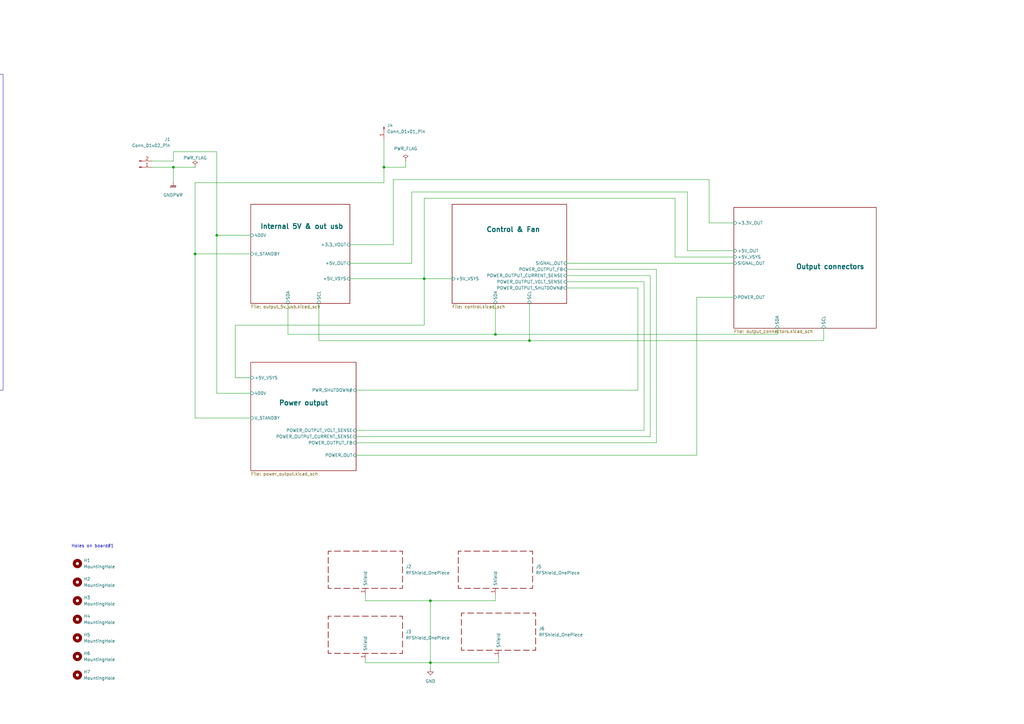
<source format=kicad_sch>
(kicad_sch (version 20231120) (generator "eeschema") (generator_version "8.0")
  (paper "A3")
  (lib_symbols
    (symbol "Connector:Conn_01x01_Pin" (pin_names (offset 1.016) hide)
      (property "Reference" "J" (at 0 2.54 0))
      (property "Value" "Conn_01x01_Pin" (at 0 -2.54 0))
      (symbol "Conn_01x01_Pin_1_1"
        (polyline (pts (xy 1.27 0) (xy 0.8636 0)) (stroke (width 0.1524)))
        (rectangle (start 0.8636 0.127) (end 0 -0.127) (stroke (width 0.1524)) (fill (type outline)))
        (pin passive line (at 5.08 0 180) (length 3.81) (name "Pin_1") (number "1"))
      )
    )
    (symbol "Connector:Conn_01x02_Pin" (pin_names (offset 1.016) hide)
      (property "Reference" "J" (at 0 2.54 0))
      (property "Value" "Conn_01x02_Pin" (at 0 -5.08 0))
      (symbol "Conn_01x02_Pin_1_1"
        (polyline (pts (xy 1.27 -2.54) (xy 0.8636 -2.54)) (stroke (width 0.1524)))
        (polyline (pts (xy 1.27 0) (xy 0.8636 0)) (stroke (width 0.1524)))
        (rectangle (start 0.8636 -2.413) (end 0 -2.667) (stroke (width 0.1524)) (fill (type outline)))
        (rectangle (start 0.8636 0.127) (end 0 -0.127) (stroke (width 0.1524)) (fill (type outline)))
        (pin passive line (at 5.08 0 180) (length 3.81) (name "Pin_1") (number "1"))
        (pin passive line (at 5.08 -2.54 180) (length 3.81) (name "Pin_2") (number "2"))
      )
    )
    (symbol "Device:RFShield_OnePiece" (pin_names (offset 1.016))
      (property "Reference" "J" (at 0 5.08 0))
      (property "Value" "RFShield_OnePiece" (at 0 2.54 0))
      (symbol "RFShield_OnePiece_0_1"
        (polyline (pts (xy -15.24 -5.08) (xy -15.24 -2.54)) (stroke (width 0.254)))
        (polyline (pts (xy -15.24 -1.27) (xy -15.24 1.27)) (stroke (width 0.254)))
        (polyline (pts (xy -15.24 2.54) (xy -15.24 5.08)) (stroke (width 0.254)))
        (polyline (pts (xy -12.7 7.62) (xy -10.16 7.62)) (stroke (width 0.254)))
        (polyline (pts (xy -10.16 -7.62) (xy -12.7 -7.62)) (stroke (width 0.254)))
        (polyline (pts (xy -6.35 -7.62) (xy -8.89 -7.62)) (stroke (width 0.254)))
        (polyline (pts (xy -6.35 7.62) (xy -8.89 7.62)) (stroke (width 0.254)))
        (polyline (pts (xy -2.54 -7.62) (xy -5.08 -7.62)) (stroke (width 0.254)))
        (polyline (pts (xy -2.54 7.62) (xy -5.08 7.62)) (stroke (width 0.254)))
        (polyline (pts (xy -1.27 -7.62) (xy 1.27 -7.62)) (stroke (width 0.254)))
        (polyline (pts (xy 1.27 7.62) (xy -1.27 7.62)) (stroke (width 0.254)))
        (polyline (pts (xy 2.54 -7.62) (xy 5.08 -7.62)) (stroke (width 0.254)))
        (polyline (pts (xy 5.08 7.62) (xy 2.54 7.62)) (stroke (width 0.254)))
        (polyline (pts (xy 6.35 -7.62) (xy 8.89 -7.62)) (stroke (width 0.254)))
        (polyline (pts (xy 8.89 7.62) (xy 6.35 7.62)) (stroke (width 0.254)))
        (polyline (pts (xy 10.16 -7.62) (xy 12.7 -7.62)) (stroke (width 0.254)))
        (polyline (pts (xy 12.7 7.62) (xy 10.16 7.62)) (stroke (width 0.254)))
        (polyline (pts (xy 15.24 -5.08) (xy 15.24 -2.54)) (stroke (width 0.254)))
        (polyline (pts (xy 15.24 -1.27) (xy 15.24 1.27)) (stroke (width 0.254)))
        (polyline (pts (xy 15.24 2.54) (xy 15.24 5.08)) (stroke (width 0.254)))
        (polyline (pts (xy -15.24 6.35) (xy -15.24 7.62) (xy -13.97 7.62)) (stroke (width 0.254)))
        (polyline (pts (xy -13.97 -7.62) (xy -15.24 -7.62) (xy -15.24 -6.35)) (stroke (width 0.254)))
        (polyline (pts (xy 13.97 -7.62) (xy 15.24 -7.62) (xy 15.24 -6.35)) (stroke (width 0.254)))
        (polyline (pts (xy 15.24 6.35) (xy 15.24 7.62) (xy 13.97 7.62)) (stroke (width 0.254)))
      )
      (symbol "RFShield_OnePiece_1_1"
        (pin passive line (at 0 -10.16 90) (length 2.54) (name "Shield") (number "1"))
      )
    )
    (symbol "Mechanical:MountingHole" (pin_names (offset 1.016))
      (property "Reference" "H" (at 0 5.08 0))
      (property "Value" "MountingHole" (at 0 3.175 0))
      (symbol "MountingHole_0_1"
        (circle (center 0 0) (radius 1.27) (stroke (width 1.27)))
      )
    )
    (symbol "power:GND" (power) (pin_numbers hide) (pin_names (offset 0) hide)
      (property "Value" "GND" (at 0 -3.81 0))
      (symbol "GND_0_1"
        (polyline (pts (xy 0 0) (xy 0 -1.27) (xy 1.27 -1.27) (xy 0 -2.54) (xy -1.27 -1.27) (xy 0 -1.27)))
      )
      (symbol "GND_1_1"
        (pin power_in line (at 0 0 270) (length 0) (name "~") (number "1"))
      )
    )
    (symbol "power:GNDPWR" (power) (pin_numbers hide) (pin_names (offset 0) hide)
      (property "Value" "GNDPWR" (at 0 -3.302 0))
      (symbol "GNDPWR_0_1"
        (polyline (pts (xy 0 -1.27) (xy 0 0)))
        (polyline (pts (xy -1.016 -1.27) (xy -1.27 -2.032) (xy -1.27 -2.032)) (stroke (width 0.2032)))
        (polyline (pts (xy -0.508 -1.27) (xy -0.762 -2.032) (xy -0.762 -2.032)) (stroke (width 0.2032)))
        (polyline (pts (xy 0 -1.27) (xy -0.254 -2.032) (xy -0.254 -2.032)) (stroke (width 0.2032)))
        (polyline (pts (xy 0.508 -1.27) (xy 0.254 -2.032) (xy 0.254 -2.032)) (stroke (width 0.2032)))
        (polyline (pts (xy 1.016 -1.27) (xy -1.016 -1.27) (xy -1.016 -1.27)) (stroke (width 0.2032)))
        (polyline (pts (xy 1.016 -1.27) (xy 0.762 -2.032) (xy 0.762 -2.032) (xy 0.762 -2.032)) (stroke (width 0.2032)))
      )
      (symbol "GNDPWR_1_1"
        (pin power_in line (at 0 0 270) (length 0) (name "~") (number "1"))
      )
    )
    (symbol "power:PWR_FLAG" (power) (pin_numbers hide) (pin_names (offset 0) hide)
      (property "Value" "PWR_FLAG" (at 0 3.81 0))
      (symbol "PWR_FLAG_0_0"
        (pin power_out line (at 0 0 90) (length 0) (name "~") (number "1"))
      )
      (symbol "PWR_FLAG_0_1"
        (polyline (pts (xy 0 0) (xy 0 1.27) (xy -1.016 1.905) (xy 0 2.54) (xy 1.016 1.905) (xy 0 1.27)))
      )
    )
  )
  (junction (at 176.53 271.78))
  (junction (at 176.53 246.38))
  (junction (at 88.9 96.52))
  (junction (at 157.48 68.58))
  (junction (at 71.12 68.58))
  (junction (at 217.17 139.7))
  (junction (at 173.99 114.3))
  (junction (at 80.01 104.14))
  (junction (at 203.2 137.16))
  (wire (pts (xy 102.87 171.45) (xy 80.01 171.45)))
  (wire (pts (xy 176.53 271.78) (xy 204.47 271.78)))
  (wire (pts (xy 166.37 66.04) (xy 166.37 68.58)))
  (wire (pts (xy 176.53 246.38) (xy 203.2 246.38)))
  (wire (pts (xy 143.51 114.3) (xy 173.99 114.3)))
  (wire (pts (xy 80.01 104.14) (xy 80.01 74.93)))
  (wire (pts (xy 176.53 271.78) (xy 176.53 274.32)))
  (wire (pts (xy 300.99 102.87) (xy 281.94 102.87)))
  (wire (pts (xy 102.87 161.29) (xy 88.9 161.29)))
  (wire (pts (xy 146.05 186.69) (xy 285.75 186.69)))
  (wire (pts (xy 149.86 270.51) (xy 149.86 271.78)))
  (wire (pts (xy 71.12 62.23) (xy 88.9 62.23)))
  (wire (pts (xy 146.05 176.53) (xy 264.16 176.53)))
  (wire (pts (xy 71.12 66.04) (xy 71.12 62.23)))
  (wire (pts (xy 71.12 68.58) (xy 71.12 74.93)))
  (wire (pts (xy 102.87 154.94) (xy 96.52 154.94)))
  (wire (pts (xy 337.82 134.62) (xy 337.82 139.7)))
  (wire (pts (xy 149.86 246.38) (xy 176.53 246.38)))
  (wire (pts (xy 88.9 161.29) (xy 88.9 96.52)))
  (wire (pts (xy 143.51 100.33) (xy 161.29 100.33)))
  (wire (pts (xy 276.86 81.28) (xy 173.99 81.28)))
  (wire (pts (xy 157.48 57.15) (xy 157.48 68.58)))
  (wire (pts (xy 285.75 186.69) (xy 285.75 121.92)))
  (wire (pts (xy 173.99 114.3) (xy 185.42 114.3)))
  (wire (pts (xy 290.83 73.66) (xy 290.83 91.44)))
  (wire (pts (xy 204.47 271.78) (xy 204.47 269.24)))
  (wire (pts (xy 290.83 91.44) (xy 300.99 91.44)))
  (wire (pts (xy 269.24 110.49) (xy 232.41 110.49)))
  (wire (pts (xy 281.94 78.74) (xy 168.91 78.74)))
  (wire (pts (xy 157.48 74.93) (xy 80.01 74.93)))
  (wire (pts (xy 261.62 160.02) (xy 146.05 160.02)))
  (wire (pts (xy 149.86 271.78) (xy 176.53 271.78)))
  (wire (pts (xy 166.37 68.58) (xy 157.48 68.58)))
  (wire (pts (xy 269.24 181.61) (xy 269.24 110.49)))
  (wire (pts (xy 232.41 107.95) (xy 300.99 107.95)))
  (wire (pts (xy 266.7 179.07) (xy 146.05 179.07)))
  (wire (pts (xy 217.17 124.46) (xy 217.17 139.7)))
  (wire (pts (xy 62.23 66.04) (xy 71.12 66.04)))
  (wire (pts (xy 318.77 137.16) (xy 203.2 137.16)))
  (wire (pts (xy 149.86 243.84) (xy 149.86 246.38)))
  (wire (pts (xy 168.91 107.95) (xy 143.51 107.95)))
  (wire (pts (xy 266.7 113.03) (xy 266.7 179.07)))
  (wire (pts (xy 80.01 171.45) (xy 80.01 104.14)))
  (wire (pts (xy 203.2 246.38) (xy 203.2 243.84)))
  (wire (pts (xy 71.12 68.58) (xy 80.01 68.58)))
  (wire (pts (xy 173.99 114.3) (xy 173.99 133.35)))
  (wire (pts (xy 300.99 105.41) (xy 276.86 105.41)))
  (wire (pts (xy 130.81 124.46) (xy 130.81 139.7)))
  (wire (pts (xy 318.77 134.62) (xy 318.77 137.16)))
  (wire (pts (xy 217.17 139.7) (xy 130.81 139.7)))
  (wire (pts (xy 337.82 139.7) (xy 217.17 139.7)))
  (wire (pts (xy 261.62 118.11) (xy 261.62 160.02)))
  (wire (pts (xy 176.53 246.38) (xy 176.53 271.78)))
  (wire (pts (xy 88.9 96.52) (xy 88.9 62.23)))
  (wire (pts (xy 161.29 73.66) (xy 290.83 73.66)))
  (wire (pts (xy 96.52 133.35) (xy 173.99 133.35)))
  (wire (pts (xy 203.2 137.16) (xy 118.11 137.16)))
  (wire (pts (xy 276.86 105.41) (xy 276.86 81.28)))
  (wire (pts (xy 281.94 102.87) (xy 281.94 78.74)))
  (wire (pts (xy 96.52 154.94) (xy 96.52 133.35)))
  (wire (pts (xy 146.05 181.61) (xy 269.24 181.61)))
  (wire (pts (xy 102.87 104.14) (xy 80.01 104.14)))
  (wire (pts (xy 157.48 68.58) (xy 157.48 74.93)))
  (wire (pts (xy 173.99 81.28) (xy 173.99 114.3)))
  (wire (pts (xy 118.11 124.46) (xy 118.11 137.16)))
  (wire (pts (xy 285.75 121.92) (xy 300.99 121.92)))
  (wire (pts (xy 264.16 115.57) (xy 232.41 115.57)))
  (wire (pts (xy 102.87 96.52) (xy 88.9 96.52)))
  (wire (pts (xy 264.16 176.53) (xy 264.16 115.57)))
  (wire (pts (xy 232.41 113.03) (xy 266.7 113.03)))
  (wire (pts (xy 62.23 68.58) (xy 71.12 68.58)))
  (wire (pts (xy 161.29 100.33) (xy 161.29 73.66)))
  (wire (pts (xy 232.41 118.11) (xy 261.62 118.11)))
  (wire (pts (xy 203.2 124.46) (xy 203.2 137.16)))
  (wire (pts (xy 168.91 78.74) (xy 168.91 107.95)))
  (text_box "Startup sequence:\n1. UV board\n1.0 check resistance on 220V connector, OUT_400V connector and STB VCC connector\n1.1 connect 220V\n1.2 check: \n    - OUT_400V is a 310V\n    - PFC EN jumper has 13.7V on one side \n    - STB EN is a HIGH on one side\n    - STB VCC has no power\n    - relay is OFF\n    - LED PFCRDY is ON\n    - LED STBOK is OFF\n1.3 solder PFC EN jumoer\n1.4 check:\n    - OUT_400V is a 400V\n    - PFC EN jumper has 13.7V\n    - STB EN is a LOW on one side\n    - STB VCC has no power\n    - relay is ON\n    - LED PFCRDY is ON\n    - LED STBOK is OFF\n1.5 solder STB EN\n1.6 check:\n    - OUT_400V is a 400V\n    - PFC EN jumper has 13.7V\n    - STB EN is a LOW\n    - STB VCC has 13.7V\n    - relay is ON\n    - LED PFCRDY is ON\n    - LED STBOK is ON\n\n2. UV board & power boards\n2.1 check resistance on +400V connector, PWR OUT connector, 5V connector 3.3V connector and all jumpers\n2.2 flush firmwares\n2.3 connect VV board to power board and connect 220V\n2.4 check:\n    - +400V has 400V\n    - STB VCC has 13.7V\n    - PWR OUT has now power\n    - +5V and 3.3V connectors power\n    - USBx jumper and +5V SYS jumper has 5V on one side\n2.5 insert +5V SYS fuse\n2.6 check:\n    - +5V and 3.3V connectors has no power\n    - USBx jumper has 5V on one side\n    - +5V SYS has 5V\n    - Display is ON\n    - PWR OUT voltage controlled by chips\n    - FAN controlled by termisters and chip\n2.7 solder USB2 & USB3 jumpers\n2.8 check: \n    - usb2 & usb3 works\n    - usb2 & usb3 leds works\n    - display shows usb2 & usb3 voltage and current\n2.9 solder USB1 jumper\n2.10 check \n    - usb1 works\n    - usb1 QC works\n    - usb1 led works\n    - display shows usb1 voltage and current\n" (at -74.93 30.48 0) (size 76.2 129.54) (effects (font (size 1.27 1.27) (thickness 0.254) (bold yes)) (justify left top)))
  (text "Holes on board#1" (at 29.21 224.79 0) (effects (font (size 1.27 1.27)) (justify left bottom)))
  (symbol (lib_id "Mechanical:MountingHole") (at 31.75 254 0) (unit 1) (in_bom no)
    (property "Reference" "H4" (at 34.29 252.7299 0) (effects (justify left)))
    (property "Value" "MountingHole" (at 34.29 255.2699 0) (effects (justify left)))
    (property "Footprint" "MountingHole:MountingHole_2.2mm_M2" (effects (hide yes)))
  )
  (symbol (lib_id "Mechanical:MountingHole") (at 31.75 238.76 0) (unit 1) (in_bom no)
    (property "Reference" "H2" (at 34.29 237.4899 0) (effects (justify left)))
    (property "Value" "MountingHole" (at 34.29 240.0299 0) (effects (justify left)))
    (property "Footprint" "MountingHole:MountingHole_2.2mm_M2" (effects (hide yes)))
  )
  (symbol (lib_id "Device:RFShield_OnePiece") (at 149.86 233.68 0) (unit 1)
    (property "Reference" "J2" (at 166.37 232.41 0) (effects (justify left)))
    (property "Value" "RFShield_OnePiece" (at 166.37 234.95 0) (effects (justify left)))
    (property "Footprint" "Library:EMI_SHIELD_1P_2H" (effects (hide yes)))
  )
  (symbol (lib_id "Mechanical:MountingHole") (at 31.75 269.24 0) (unit 1) (in_bom no)
    (property "Reference" "H6" (at 34.29 267.9699 0) (effects (justify left)))
    (property "Value" "MountingHole" (at 34.29 270.5099 0) (effects (justify left)))
    (property "Footprint" "MountingHole:MountingHole_2.2mm_M2" (effects (hide yes)))
  )
  (symbol (lib_id "Mechanical:MountingHole") (at 31.75 276.86 0) (unit 1) (in_bom no)
    (property "Reference" "H7" (at 34.29 275.5899 0) (effects (justify left)))
    (property "Value" "MountingHole" (at 34.29 278.1299 0) (effects (justify left)))
    (property "Footprint" "MountingHole:MountingHole_2.2mm_M2" (effects (hide yes)))
  )
  (symbol (lib_id "power:PWR_FLAG") (at 166.37 66.04 0) (unit 1)
    (property "Reference" "#FLG02" (effects (hide yes)))
    (property "Value" "PWR_FLAG" (at 166.37 60.96 0))
    (property "Description" "Special symbol for telling ERC where power comes from" (effects (hide yes)))
  )
  (symbol (lib_id "Device:RFShield_OnePiece") (at 149.86 260.35 0) (unit 1)
    (property "Reference" "J3" (at 166.37 259.08 0) (effects (justify left)))
    (property "Value" "RFShield_OnePiece" (at 166.37 261.62 0) (effects (justify left)))
    (property "Footprint" "Library:EMI_SHIELD_1P_2H" (effects (hide yes)))
  )
  (symbol (lib_id "Device:RFShield_OnePiece") (at 204.47 259.08 0) (unit 1)
    (property "Reference" "J6" (at 220.98 257.81 0) (effects (justify left)))
    (property "Value" "RFShield_OnePiece" (at 220.98 260.35 0) (effects (justify left)))
    (property "Footprint" "Library:EMI_SHIELD_1P_2H" (effects (hide yes)))
  )
  (symbol (lib_id "Connector:Conn_01x01_Pin") (at 157.48 52.07 270) (unit 1)
    (property "Reference" "J4" (at 158.75 51.435 90) (effects (justify left)))
    (property "Value" "Conn_01x01_Pin" (at 158.75 53.975 90) (effects (justify left)))
    (property "Footprint" "Connector_Wire:SolderWire-1.5sqmm_1x01_D1.7mm_OD3.9mm" (effects (hide yes)))
  )
  (symbol (lib_id "power:GND") (at 176.53 274.32 0) (unit 1)
    (property "Reference" "#PWR02" (effects (hide yes)))
    (property "Value" "GND" (at 176.53 279.4 0))
    (property "Description" "Power symbol creates a global label with name \"GND\" , ground" (effects (hide yes)))
  )
  (symbol (lib_id "Mechanical:MountingHole") (at 31.75 231.14 0) (unit 1) (in_bom no)
    (property "Reference" "H1" (at 34.29 229.87 0) (effects (justify left)))
    (property "Value" "MountingHole" (at 34.29 232.4099 0) (effects (justify left)))
    (property "Footprint" "MountingHole:MountingHole_2.2mm_M2" (effects (hide yes)))
  )
  (symbol (lib_id "Mechanical:MountingHole") (at 31.75 246.38 0) (unit 1) (in_bom no)
    (property "Reference" "H3" (at 34.29 245.1099 0) (effects (justify left)))
    (property "Value" "MountingHole" (at 34.29 247.6499 0) (effects (justify left)))
    (property "Footprint" "MountingHole:MountingHole_2.2mm_M2" (effects (hide yes)))
  )
  (symbol (lib_id "power:PWR_FLAG") (at 80.01 68.58 0) (unit 1)
    (property "Reference" "#FLG01" (effects (hide yes)))
    (property "Value" "PWR_FLAG" (at 80.01 64.77 0))
    (property "Description" "Special symbol for telling ERC where power comes from" (effects (hide yes)))
  )
  (symbol (lib_id "Mechanical:MountingHole") (at 31.75 261.62 0) (unit 1) (in_bom no)
    (property "Reference" "H5" (at 34.29 260.3499 0) (effects (justify left)))
    (property "Value" "MountingHole" (at 34.29 262.8899 0) (effects (justify left)))
    (property "Footprint" "MountingHole:MountingHole_2.2mm_M2" (effects (hide yes)))
  )
  (symbol (lib_id "power:GNDPWR") (at 71.12 74.93 0) (unit 1)
    (property "Reference" "#PWR01" (effects (hide yes)))
    (property "Value" "GNDPWR" (at 70.993 80.01 0))
    (property "Description" "Power symbol creates a global label with name \"GNDPWR\" , global ground" (effects (hide yes)))
  )
  (symbol (lib_id "Connector:Conn_01x02_Pin") (at 57.15 68.58 0) (mirror x) (unit 1)
    (property "Reference" "J1" (at 69.85 57.15 0) (effects (justify right)))
    (property "Value" "Conn_01x02_Pin" (at 69.85 59.69 0) (effects (justify right)))
    (property "Footprint" "Connector_Wire:SolderWire-1.5sqmm_1x02_P6mm_D1.7mm_OD3mm" (effects (hide yes)))
  )
  (symbol (lib_id "Device:RFShield_OnePiece") (at 203.2 233.68 0) (unit 1)
    (property "Reference" "J5" (at 219.71 232.41 0) (effects (justify left)))
    (property "Value" "RFShield_OnePiece" (at 219.71 234.95 0) (effects (justify left)))
    (property "Footprint" "Library:EMI_SHIELD_1P_2H" (effects (hide yes)))
  )
  (sheet (at 300.99 85.09) (size 58.42 49.53) (stroke (width 0.1524))
    (property "Sheetname" "Output connectors" (at 326.39 110.49 0) (effects (font (size 2 2) (bold yes)) (justify left bottom)))
    (property "Sheetfile" "output_connectors.kicad_sch" (at 300.99 135.2046 0) (effects (justify left top)))
    (pin "+5V_OUT" input (at 300.99 102.87 180))
    (pin "+3.3V_OUT" input (at 300.99 91.44 180))
    (pin "POWER_OUT" input (at 300.99 121.92 180))
    (pin "SIGNAL_OUT" input (at 300.99 107.95 180))
    (pin "SDA" input (at 318.77 134.62 270))
    (pin "SCL" input (at 337.82 134.62 270))
    (pin "+5V_VSYS" input (at 300.99 105.41 180))
  )
  (sheet (at 102.87 148.59) (size 43.18 44.45) (stroke (width 0.1524))
    (property "Sheetname" "Power output" (at 114.3 166.37 0) (effects (font (size 2 2) (bold yes)) (justify left bottom)))
    (property "Sheetfile" "power_output.kicad_sch" (at 102.87 193.6246 0) (effects (justify left top)))
    (pin "V_STANDBY" input (at 102.87 171.45 180))
    (pin "400V" input (at 102.87 161.29 180))
    (pin "POWER_OUT" input (at 146.05 186.69 0))
    (pin "POWER_OUTPUT_CURRENT_SENSE" input (at 146.05 179.07 0))
    (pin "POWER_OUTPUT_VOLT_SENSE" input (at 146.05 176.53 0))
    (pin "POWER_OUTPUT_FB" input (at 146.05 181.61 0))
    (pin "+5V_VSYS" input (at 102.87 154.94 180))
    (pin "PWR_SHUTDOWN#" input (at 146.05 160.02 0))
  )
  (sheet (at 102.87 83.82) (size 40.64 40.64) (stroke (width 0.1524))
    (property "Sheetname" "Internal 5V & out usb" (at 106.68 93.98 0) (effects (font (size 2 2) (bold yes)) (justify left bottom)))
    (property "Sheetfile" "output_5v_usb.kicad_sch" (at 102.87 125.0446 0) (effects (justify left top)))
    (pin "SDA" input (at 118.11 124.46 270))
    (pin "SCL" input (at 130.81 124.46 270))
    (pin "V_STANDBY" input (at 102.87 104.14 180))
    (pin "400V" input (at 102.87 96.52 180))
    (pin "+5V_OUT" input (at 143.51 107.95 0))
    (pin "+3.3_VOUT" input (at 143.51 100.33 0))
    (pin "+5V_VSYS" input (at 143.51 114.3 0))
  )
  (sheet (at 185.42 83.82) (size 46.99 40.64) (stroke (width 0.1524))
    (property "Sheetname" "Control & Fan" (at 199.39 95.25 0) (effects (font (size 2 2) (bold yes)) (justify left bottom)))
    (property "Sheetfile" "control.kicad_sch" (at 185.42 125.0446 0) (effects (justify left top)))
    (pin "SDA" input (at 203.2 124.46 270))
    (pin "SCL" input (at 217.17 124.46 270))
    (pin "SIGNAL_OUT" input (at 232.41 107.95 0))
    (pin "POWER_OUTPUT_FB" input (at 232.41 110.49 0))
    (pin "POWER_OUTPUT_CURRENT_SENSE" input (at 232.41 113.03 0))
    (pin "POWER_OUTPUT_VOLT_SENSE" input (at 232.41 115.57 0))
    (pin "+5V_VSYS" input (at 185.42 114.3 180))
    (pin "POWER_OUTPUT_SHUTDOWN#" input (at 232.41 118.11 0))
  )
)
</source>
